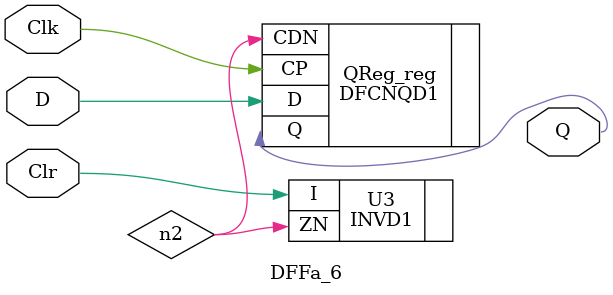
<source format=v>

module ArrayIxedBus ( DBusBuf, DBus, QEna, Rst, Clk );
  output [7:0] DBusBuf;
  input [7:0] DBus;
  input [7:0] QEna;
  input Rst, Clk;
  wire   n9, n10, n11, n12, n13, n14, n15, n16, n17, n18, n19, n20, n21, n22,
         n23, n24, n25;
  wire   [7:0] QWire;

  DFFa_7 \FF[0]  ( .Q(QWire[0]), .D(DBus[0]), .Clr(n25), .Clk(Clk) );
  DFFa_6 \FF[1]  ( .Q(QWire[1]), .D(DBus[1]), .Clr(n25), .Clk(Clk) );
  DFFa_5 \FF[2]  ( .Q(QWire[2]), .D(DBus[2]), .Clr(n25), .Clk(Clk) );
  DFFa_4 \FF[3]  ( .Q(QWire[3]), .D(DBus[3]), .Clr(n25), .Clk(Clk) );
  DFFa_3 \FF[4]  ( .Q(QWire[4]), .D(DBus[4]), .Clr(n25), .Clk(Clk) );
  DFFa_2 \FF[5]  ( .Q(QWire[5]), .D(DBus[5]), .Clr(n25), .Clk(Clk) );
  DFFa_1 \FF[6]  ( .Q(QWire[6]), .D(DBus[6]), .Clr(n25), .Clk(Clk) );
  DFFa_0 \FF[7]  ( .Q(QWire[7]), .D(DBus[7]), .Clr(n25), .Clk(Clk) );
  CKND0 U1 ( .CLK(QWire[7]), .CN(n16) );
  CKND0 U2 ( .CLK(QWire[6]), .CN(n15) );
  CKND0 U3 ( .CLK(QWire[5]), .CN(n14) );
  CKND0 U4 ( .CLK(QWire[4]), .CN(n13) );
  CKND0 U5 ( .CLK(QWire[3]), .CN(n12) );
  CKND0 U6 ( .CLK(QWire[2]), .CN(n11) );
  CKND0 U7 ( .CLK(QWire[1]), .CN(n10) );
  CKND0 U8 ( .CLK(QWire[0]), .CN(n9) );
  BUFTD16 \Nuf[7]  ( .I(n16), .OE(n24), .Z(DBusBuf[7]) );
  BUFTD16 \Nuf[6]  ( .I(n15), .OE(n23), .Z(DBusBuf[6]) );
  BUFTD16 \Nuf[5]  ( .I(n14), .OE(n22), .Z(DBusBuf[5]) );
  BUFTD16 \Nuf[4]  ( .I(n13), .OE(n21), .Z(DBusBuf[4]) );
  BUFTD16 \Nuf[3]  ( .I(n12), .OE(n20), .Z(DBusBuf[3]) );
  BUFTD16 \Nuf[2]  ( .I(n11), .OE(n19), .Z(DBusBuf[2]) );
  BUFTD16 \Nuf[1]  ( .I(n10), .OE(n18), .Z(DBusBuf[1]) );
  BUFTD16 \Nuf[0]  ( .I(n9), .OE(n17), .Z(DBusBuf[0]) );
  BUFFD1P5 U9 ( .I(QEna[4]), .Z(n21) );
  BUFFD1P5 U10 ( .I(QEna[3]), .Z(n20) );
  BUFFD1P5 U11 ( .I(QEna[5]), .Z(n22) );
  BUFFD1P5 U12 ( .I(QEna[2]), .Z(n19) );
  BUFFD1P5 U13 ( .I(QEna[6]), .Z(n23) );
  BUFFD1P5 U14 ( .I(QEna[1]), .Z(n18) );
  BUFFD1P5 U15 ( .I(QEna[7]), .Z(n24) );
  BUFFD1P5 U16 ( .I(QEna[0]), .Z(n17) );
  BUFFD1 U17 ( .I(Rst), .Z(n25) );
endmodule


module DFFa_7 ( Q, D, Clr, Clk );
  input D, Clr, Clk;
  output Q;
  wire   n1;

  INVD1 U3 ( .I(Clr), .ZN(n1) );
  DFCNQD1 QReg_reg ( .D(D), .CP(Clk), .CDN(n1), .Q(Q) );
endmodule


module DFFa_0 ( Q, D, Clr, Clk );
  input D, Clr, Clk;
  output Q;
  wire   n2;

  INVD1 U3 ( .I(Clr), .ZN(n2) );
  DFCNQD1 QReg_reg ( .D(D), .CP(Clk), .CDN(n2), .Q(Q) );
endmodule


module DFFa_1 ( Q, D, Clr, Clk );
  input D, Clr, Clk;
  output Q;
  wire   n2;

  INVD1 U3 ( .I(Clr), .ZN(n2) );
  DFCNQD1 QReg_reg ( .D(D), .CP(Clk), .CDN(n2), .Q(Q) );
endmodule


module DFFa_2 ( Q, D, Clr, Clk );
  input D, Clr, Clk;
  output Q;
  wire   n2;

  INVD1 U3 ( .I(Clr), .ZN(n2) );
  DFCNQD1 QReg_reg ( .D(D), .CP(Clk), .CDN(n2), .Q(Q) );
endmodule


module DFFa_3 ( Q, D, Clr, Clk );
  input D, Clr, Clk;
  output Q;
  wire   n2;

  INVD1 U3 ( .I(Clr), .ZN(n2) );
  DFCNQD1 QReg_reg ( .D(D), .CP(Clk), .CDN(n2), .Q(Q) );
endmodule


module DFFa_4 ( Q, D, Clr, Clk );
  input D, Clr, Clk;
  output Q;
  wire   n2;

  INVD1 U3 ( .I(Clr), .ZN(n2) );
  DFCNQD1 QReg_reg ( .D(D), .CP(Clk), .CDN(n2), .Q(Q) );
endmodule


module DFFa_5 ( Q, D, Clr, Clk );
  input D, Clr, Clk;
  output Q;
  wire   n2;

  INVD1 U3 ( .I(Clr), .ZN(n2) );
  DFCNQD1 QReg_reg ( .D(D), .CP(Clk), .CDN(n2), .Q(Q) );
endmodule


module DFFa_6 ( Q, D, Clr, Clk );
  input D, Clr, Clk;
  output Q;
  wire   n2;

  INVD1 U3 ( .I(Clr), .ZN(n2) );
  DFCNQD1 QReg_reg ( .D(D), .CP(Clk), .CDN(n2), .Q(Q) );
endmodule


</source>
